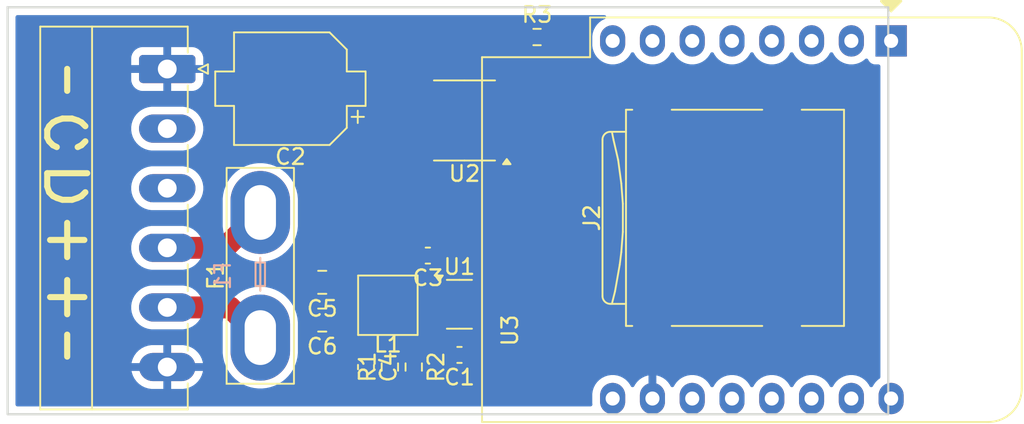
<source format=kicad_pcb>
(kicad_pcb (version 20241229) (generator "pcbnew") (generator_version "9.0")
  (layers (0 "F.Cu" signal) (2 "B.Cu" signal) (13 "F.Paste" user) (15 "B.Paste" user) (5 "F.SilkS" user "F.Silkscreen") (7 "B.SilkS" user "B.Silkscreen") (1 "F.Mask" user) (3 "B.Mask" user) (25 "Edge.Cuts" user))
  (net 0 "")
  (net 1 "GND")
  (net 2 "+3.3V")
  (net 3 "+5V")
  (net 4 "V+")
  (net 5 "/MISO")
  (net 6 "/CS")
  (net 7 "/MOSI")
  (net 8 "/VIN")
  (net 9 "/CLK")
  (net 10 "/sw")
  (net 11 "/bst")
  (net 12 "/fn")
  (net 13 "Net-(J1-Pin_3)")
  (net 14 "Net-(J1-Pin_2)")
  (net 20 "Net-(U2-DI)")
  (footprint "Capacitor_SMD:C_0805_2012Metric" (layer "F.Cu") (at 142.875 102.92842 180)
    (property "Reference" "C6" (at 0 -1.68 0) (layer "F.SilkS"))
    (property "Value" "47u")
    (fp_line (start -0.261252 0.735) (end 0.261252 0.735) (stroke (width 0.12)) (layer "F.SilkS"))
    (fp_line (start -0.261252 -0.735) (end 0.261252 -0.735) (stroke (width 0.12)) (layer "F.SilkS"))
    (pad "1" smd roundrect (at -0.95 0 180) (size 1 1.45) (layers "F.Cu" "F.Mask" "F.Paste") (net 3 "+5V"))
    (pad "2" smd roundrect (at 0.95 0 180) (size 1 1.45) (layers "F.Cu" "F.Mask" "F.Paste") (net 1 "GND"))
  )
  (footprint "Capacitor_SMD:C_0805_2012Metric" (layer "F.Cu") (at 142.875 100.51542 180)
    (property "Reference" "C5" (at 0 -1.68 0) (layer "F.SilkS"))
    (property "Value" "47u")
    (fp_line (start -0.261252 0.735) (end 0.261252 0.735) (stroke (width 0.12)) (layer "F.SilkS"))
    (fp_line (start -0.261252 -0.735) (end 0.261252 -0.735) (stroke (width 0.12)) (layer "F.SilkS"))
    (pad "1" smd roundrect (at -0.95 0 180) (size 1 1.45) (layers "F.Cu" "F.Mask" "F.Paste") (net 3 "+5V"))
    (pad "2" smd roundrect (at 0.95 0 180) (size 1 1.45) (layers "F.Cu" "F.Mask" "F.Paste") (net 1 "GND"))
  )
  (footprint "RF_Module:WEMOS_D1_mini_light" (layer "F.Cu") (at 179.197 85.084 -90)
    (property "Reference" "U3" (at 18.507 24.3385 90) (layer "F.SilkS"))
    (property "Value" "WEMOS_D1_mini")
    (fp_line (start 1.04 26.12) (end 24.36 26.12) (stroke (width 0.12)) (layer "F.SilkS"))
    (fp_line (start 24.36 26.12) (end 24.36 -6.21) (stroke (width 0.12)) (layer "F.SilkS"))
    (fp_line (start -1.5 19.22) (end 1.04 19.22) (stroke (width 0.12)) (layer "F.SilkS"))
    (fp_line (start -1.5 19.22) (end -1.5 -6.21) (stroke (width 0.12)) (layer "F.SilkS"))
    (fp_line (start 1.04 19.22) (end 1.04 26.12) (stroke (width 0.12)) (layer "F.SilkS"))
    (fp_line (start 22.24 -8.34) (end 0.63 -8.34) (stroke (width 0.12)) (layer "F.SilkS"))
    (fp_arc (start -1.5 -6.21) (mid -0.876137 -7.716137) (end 0.63 -8.34) (stroke (width 0.12)) (layer "F.SilkS"))
    (fp_arc (start 22.23 -8.34) (mid 23.736137 -7.716137) (end 24.36 -6.21) (stroke (width 0.12)) (layer "F.SilkS"))
    (fp_poly (pts (xy -2.54 -0.635) (xy -2.54 0.635) (xy -1.905 0)) (stroke (width 0.15)) (fill yes) (layer "F.SilkS"))
    (pad "1" thru_hole rect (at 0 0 270) (size 2 2) (drill 0.9) (layers "*.Cu" "*.Mask"))
    (pad "2" thru_hole oval (at 0 2.54 270) (size 2 1.6) (drill 0.9) (layers "*.Cu" "*.Mask"))
    (pad "3" thru_hole oval (at 0 5.08 270) (size 2 1.6) (drill 0.9) (layers "*.Cu" "*.Mask") (net 20 "Net-(U2-DI)"))
    (pad "4" thru_hole oval (at 0 7.62 270) (size 2 1.6) (drill 0.9) (layers "*.Cu" "*.Mask") (net 9 "/CLK"))
    (pad "5" thru_hole oval (at 0 10.16 270) (size 2 1.6) (drill 0.9) (layers "*.Cu" "*.Mask") (net 5 "/MISO"))
    (pad "6" thru_hole oval (at 0 12.7 270) (size 2 1.6) (drill 0.9) (layers "*.Cu" "*.Mask") (net 7 "/MOSI"))
    (pad "7" thru_hole oval (at 0 15.24 270) (size 2 1.6) (drill 0.9) (layers "*.Cu" "*.Mask") (net 6 "/CS"))
    (pad "8" thru_hole oval (at 0 17.78 270) (size 2 1.6) (drill 0.9) (layers "*.Cu" "*.Mask") (net 2 "+3.3V"))
    (pad "9" thru_hole oval (at 22.86 17.78 270) (size 2 1.6) (drill 0.9) (layers "*.Cu" "*.Mask") (net 3 "+5V"))
    (pad "10" thru_hole oval (at 22.86 15.24 270) (size 2 1.6) (drill 0.9) (layers "*.Cu" "*.Mask") (net 1 "GND"))
    (pad "11" thru_hole oval (at 22.86 12.7 270) (size 2 1.6) (drill 0.9) (layers "*.Cu" "*.Mask"))
    (pad "12" thru_hole oval (at 22.86 10.16 270) (size 2 1.6) (drill 0.9) (layers "*.Cu" "*.Mask"))
    (pad "13" thru_hole oval (at 22.86 7.62 270) (size 2 1.6) (drill 0.9) (layers "*.Cu" "*.Mask"))
    (pad "14" thru_hole oval (at 22.86 5.08 270) (size 2 1.6) (drill 0.9) (layers "*.Cu" "*.Mask"))
    (pad "15" thru_hole oval (at 22.86 2.54 270) (size 2 1.6) (drill 0.9) (layers "*.Cu" "*.Mask"))
    (pad "16" thru_hole oval (at 22.86 0 270) (size 2 1.6) (drill 0.9) (layers "*.Cu" "*.Mask"))
    (zone (net 0) (net_name "") (layers "F.Cu" "B.Cu" "Dwgs.User") (name "No Copper") (connect_pads (clearance 0)) (min_thickness 0.25)
      (keepout (tracks not_allowed) (vias not_allowed) (pads not_allowed) (copperpour not_allowed) (footprints not_allowed))
      (fill (thermal_gap 0.5) (thermal_bridge_width 0.5))
      (polygon (pts (xy 187.397 83.734) (xy 187.397 109.334) (xy 180.597 109.334) (xy 180.597 83.734)))
    )
  )
  (footprint "Capacitor_SMD:C_0603_1608Metric" (layer "F.Cu") (at 151.638 105.156 180)
    (property "Reference" "C1" (at 0 -1.43 0) (layer "F.SilkS"))
    (property "Value" "100n")
    (fp_line (start -0.14058 0.51) (end 0.14058 0.51) (stroke (width 0.12)) (layer "F.SilkS"))
    (fp_line (start -0.14058 -0.51) (end 0.14058 -0.51) (stroke (width 0.12)) (layer "F.SilkS"))
    (pad "1" smd roundrect (at -0.775 0 180) (size 0.9 0.95) (layers "F.Cu" "F.Mask" "F.Paste") (net 11 "/bst"))
    (pad "2" smd roundrect (at 0.775 0 180) (size 0.9 0.95) (layers "F.Cu" "F.Mask" "F.Paste") (net 10 "/sw"))
  )
  (footprint "Resistor_SMD:R_0603_1608Metric" (layer "F.Cu") (at 147.193 105.931 90)
    (property "Reference" "R1" (at 0 -1.43 90) (layer "F.SilkS"))
    (property "Value" "100k")
    (fp_line (start -0.237258 -0.5225) (end 0.237258 -0.5225) (stroke (width 0.12)) (layer "F.SilkS"))
    (fp_line (start -0.237258 0.5225) (end 0.237258 0.5225) (stroke (width 0.12)) (layer "F.SilkS"))
    (pad "1" smd roundrect (at -0.825 0 90) (size 0.8 0.95) (layers "F.Cu" "F.Mask" "F.Paste") (net 3 "+5V"))
    (pad "2" smd roundrect (at 0.825 0 90) (size 0.8 0.95) (layers "F.Cu" "F.Mask" "F.Paste") (net 12 "/fn"))
  )
  (footprint "Resistor_SMD:R_0603_1608Metric" (layer "F.Cu") (at 148.717 105.931 -90)
    (property "Reference" "R2" (at 0 -1.43 90) (layer "F.SilkS"))
    (property "Value" "13k3")
    (fp_line (start -0.237258 0.5225) (end 0.237258 0.5225) (stroke (width 0.12)) (layer "F.SilkS"))
    (fp_line (start -0.237258 -0.5225) (end 0.237258 -0.5225) (stroke (width 0.12)) (layer "F.SilkS"))
    (pad "1" smd roundrect (at -0.825 0 270) (size 0.8 0.95) (layers "F.Cu" "F.Mask" "F.Paste") (net 12 "/fn"))
    (pad "2" smd roundrect (at 0.825 0 270) (size 0.8 0.95) (layers "F.Cu" "F.Mask" "F.Paste") (net 1 "GND"))
  )
  (footprint "PCM_Capacitor_SMD_AKL:CP_Elec_6.3x7.7" (layer "F.Cu") (at 140.843 88.138 180)
    (property "Reference" "C2" (at 0 -4.35 0) (layer "F.SilkS"))
    (property "Value" "100uF/50V" (hide yes))
    (fp_line (start 4.8 1.1) (end 4.8 -1.1) (stroke (width 0.12)) (layer "F.SilkS"))
    (fp_line (start 4.8 -1.1) (end 3.6 -1.1) (stroke (width 0.12)) (layer "F.SilkS"))
    (fp_line (start 3.6 3.6) (end 3.6 1.1) (stroke (width 0.12)) (layer "F.SilkS"))
    (fp_line (start 3.6 1.1) (end 4.8 1.1) (stroke (width 0.12)) (layer "F.SilkS"))
    (fp_line (start 3.6 -1.1) (end 3.6 -3.6) (stroke (width 0.12)) (layer "F.SilkS"))
    (fp_line (start 3.6 -3.6) (end -2.5 -3.6) (stroke (width 0.12)) (layer "F.SilkS"))
    (fp_line (start -2.5 3.6) (end 3.6 3.6) (stroke (width 0.12)) (layer "F.SilkS"))
    (fp_line (start -2.5 -3.6) (end -3.6 -2.5) (stroke (width 0.12)) (layer "F.SilkS"))
    (fp_line (start -3.6 2.5) (end -2.5 3.6) (stroke (width 0.12)) (layer "F.SilkS"))
    (fp_line (start -3.6 1.1) (end -3.6 2.5) (stroke (width 0.12)) (layer "F.SilkS"))
    (fp_line (start -3.6 -1.1) (end -4.8 -1.1) (stroke (width 0.12)) (layer "F.SilkS"))
    (fp_line (start -3.6 -2.5) (end -3.6 -1.1) (stroke (width 0.12)) (layer "F.SilkS"))
    (fp_line (start -4.3 -2.19375) (end -4.3 -1.40625) (stroke (width 0.12)) (layer "F.SilkS"))
    (fp_line (start -4.69375 -1.8) (end -3.90625 -1.8) (stroke (width 0.12)) (layer "F.SilkS"))
    (fp_line (start -4.8 1.1) (end -3.6 1.1) (stroke (width 0.12)) (layer "F.SilkS"))
    (fp_line (start -4.8 -1.1) (end -4.8 1.1) (stroke (width 0.12)) (layer "F.SilkS"))
    (pad "1" smd roundrect (at -2.7 0 180) (size 3.5 1.6) (layers "F.Cu" "F.Mask" "F.Paste") (roundrect_rratio 0.15625) (net 4 "V+"))
    (pad "2" smd roundrect (at 2.7 0 180) (size 3.5 1.6) (layers "F.Cu" "F.Mask" "F.Paste") (roundrect_rratio 0.15625) (net 1 "GND"))
  )
  (footprint "PCM_Inductor_SMD_AKL:L_Taiyo-Yuden_MD-3030" (layer "F.Cu") (at 147.066 101.981 180)
    (property "Reference" "L1" (at 0 -2.5 0) (layer "F.SilkS"))
    (property "Value" "15uH" (hide yes))
    (fp_line (start 1.9 1.9) (end 1.9 -1.9) (stroke (width 0.12)) (layer "F.SilkS"))
    (fp_line (start 1.9 -1.9) (end -1.9 -1.9) (stroke (width 0.12)) (layer "F.SilkS"))
    (fp_line (start -1.9 1.9) (end 1.9 1.9) (stroke (width 0.12)) (layer "F.SilkS"))
    (fp_line (start -1.9 -1.9) (end -1.9 1.9) (stroke (width 0.12)) (layer "F.SilkS"))
    (pad "1" smd roundrect (at -1.1 0 180) (size 0.8 2.7) (layers "F.Cu" "F.Mask" "F.Paste") (net 10 "/sw"))
    (pad "2" smd roundrect (at 1.1 0 180) (size 0.8 2.7) (layers "F.Cu" "F.Mask" "F.Paste") (net 3 "+5V"))
  )
  (footprint "Capacitor_SMD:C_0603_1608Metric" (layer "F.Cu") (at 145.669 105.931 -90)
    (property "Reference" "C4" (at 0 -1.43 90) (layer "F.SilkS"))
    (property "Value" "56p")
    (fp_line (start -0.14058 0.51) (end 0.14058 0.51) (stroke (width 0.12)) (layer "F.SilkS"))
    (fp_line (start -0.14058 -0.51) (end 0.14058 -0.51) (stroke (width 0.12)) (layer "F.SilkS"))
    (pad "1" smd roundrect (at -0.775 0 270) (size 0.9 0.95) (layers "F.Cu" "F.Mask" "F.Paste") (net 12 "/fn"))
    (pad "2" smd roundrect (at 0.775 0 270) (size 0.9 0.95) (layers "F.Cu" "F.Mask" "F.Paste") (net 3 "+5V"))
  )
  (footprint "Connector_Phoenix_MC:PhoenixContact_MC_1,5_6-G-3.81_1x06_P3.81mm_Horizontal" (layer "F.Cu") (at 132.9792 86.8807 -90)
    (property "Reference" "J1" (hide yes))
    (property "Value" "Conn_01x06")
    (fp_line (start -2.71 8.11) (end 21.76 8.11) (stroke (width 0.12)) (layer "F.SilkS"))
    (fp_line (start 21.76 8.11) (end 21.76 -1.31) (stroke (width 0.12)) (layer "F.SilkS"))
    (fp_line (start -2.71 4.8) (end 21.76 4.8) (stroke (width 0.12)) (layer "F.SilkS"))
    (fp_line (start -2.71 -1.31) (end -2.71 8.11) (stroke (width 0.12)) (layer "F.SilkS"))
    (fp_line (start -2.71 -1.31) (end -1.05 -1.31) (stroke (width 0.12)) (layer "F.SilkS"))
    (fp_line (start 1.05 -1.31) (end 2.76 -1.31) (stroke (width 0.12)) (layer "F.SilkS"))
    (fp_line (start 4.86 -1.31) (end 6.57 -1.31) (stroke (width 0.12)) (layer "F.SilkS"))
    (fp_line (start 8.67 -1.31) (end 10.38 -1.31) (stroke (width 0.12)) (layer "F.SilkS"))
    (fp_line (start 12.48 -1.31) (end 14.19 -1.31) (stroke (width 0.12)) (layer "F.SilkS"))
    (fp_line (start 16.29 -1.31) (end 18 -1.31) (stroke (width 0.12)) (layer "F.SilkS"))
    (fp_line (start 21.76 -1.31) (end 20.1 -1.31) (stroke (width 0.12)) (layer "F.SilkS"))
    (fp_line (start 0 -2) (end -0.3 -2.6) (stroke (width 0.12)) (layer "F.SilkS"))
    (fp_line (start -0.3 -2.6) (end 0.3 -2.6) (stroke (width 0.12)) (layer "F.SilkS"))
    (fp_line (start 0.3 -2.6) (end 0 -2) (stroke (width 0.12)) (layer "F.SilkS"))
    (pad "1" thru_hole roundrect (at 0 0 270) (size 1.8 3.6) (drill 1.2) (layers "*.Cu" "*.Mask") (roundrect_rratio 0.138889) (net 1 "GND"))
    (pad "2" thru_hole oval (at 3.81 0 270) (size 1.8 3.6) (drill 1.2) (layers "*.Cu" "*.Mask") (net 14 "Net-(J1-Pin_2)"))
    (pad "3" thru_hole oval (at 7.62 0 270) (size 1.8 3.6) (drill 1.2) (layers "*.Cu" "*.Mask") (net 13 "Net-(J1-Pin_3)"))
    (pad "4" thru_hole oval (at 11.43 0 270) (size 1.8 3.6) (drill 1.2) (layers "*.Cu" "*.Mask") (net 4 "V+"))
    (pad "5" thru_hole oval (at 15.24 0 270) (size 1.8 3.6) (drill 1.2) (layers "*.Cu" "*.Mask") (net 8 "/VIN"))
    (pad "6" thru_hole oval (at 19.05 0 270) (size 1.8 3.6) (drill 1.2) (layers "*.Cu" "*.Mask") (net 1 "GND"))
  )
  (footprint "Package_TO_SOT_SMD:SOT-23-6" (layer "F.Cu") (at 151.6325 101.92)
    (property "Reference" "U1" (at 0 -2.4 0) (layer "F.SilkS"))
    (property "Value" "TPS54302")
    (fp_line (start 0 -1.56) (end -0.8 -1.56) (stroke (width 0.12)) (layer "F.SilkS"))
    (fp_line (start 0 -1.56) (end 0.8 -1.56) (stroke (width 0.12)) (layer "F.SilkS"))
    (fp_line (start 0 1.56) (end -0.8 1.56) (stroke (width 0.12)) (layer "F.SilkS"))
    (fp_line (start 0 1.56) (end 0.8 1.56) (stroke (width 0.12)) (layer "F.SilkS"))
    (fp_poly (pts (xy -1.3 -1.51) (xy -1.54 -1.84) (xy -1.06 -1.84) (xy -1.3 -1.51)) (stroke (width 0.12)) (fill yes) (layer "F.SilkS"))
    (pad "1" smd roundrect (at -1.1375 -0.95) (size 1.325 0.6) (layers "F.Cu" "F.Mask" "F.Paste") (net 1 "GND"))
    (pad "2" smd roundrect (at -1.1375 0) (size 1.325 0.6) (layers "F.Cu" "F.Mask" "F.Paste") (net 10 "/sw"))
    (pad "3" smd roundrect (at -1.1375 0.95) (size 1.325 0.6) (layers "F.Cu" "F.Mask" "F.Paste") (net 4 "V+"))
    (pad "4" smd roundrect (at 1.1375 0.95) (size 1.325 0.6) (layers "F.Cu" "F.Mask" "F.Paste") (net 12 "/fn"))
    (pad "5" smd roundrect (at 1.1375 0) (size 1.325 0.6) (layers "F.Cu" "F.Mask" "F.Paste"))
    (pad "6" smd roundrect (at 1.1375 -0.95) (size 1.325 0.6) (layers "F.Cu" "F.Mask" "F.Paste") (net 11 "/bst"))
  )
  (footprint "Connector_Card:microSD_HC_Wuerth_693072010801" (layer "F.Cu") (at 168.0785 96.393 90)
    (property "Reference" "J2" (at 0 -7.99 90) (layer "F.SilkS"))
    (property "Value" "Micro_SD_Card")
    (fp_line (start -5 -7.31) (end 5 -7.31) (stroke (width 0.12)) (layer "F.SilkS"))
    (fp_line (start -5.5 -6.71) (end -4.7 -6.51) (stroke (width 0.12)) (layer "F.SilkS"))
    (fp_line (start 5 -6.61) (end 5.5 -6.71) (stroke (width 0.12)) (layer "F.SilkS"))
    (fp_line (start -4.7 -6.51) (end -3 -6.21) (stroke (width 0.12)) (layer "F.SilkS"))
    (fp_line (start 3.7 -6.31) (end 5 -6.61) (stroke (width 0.12)) (layer "F.SilkS"))
    (fp_line (start -3 -6.21) (end -2.2 -6.11) (stroke (width 0.12)) (layer "F.SilkS"))
    (fp_line (start 2.2 -6.11) (end 3.7 -6.31) (stroke (width 0.12)) (layer "F.SilkS"))
    (fp_line (start -2.2 -6.11) (end -0.9 -6.01) (stroke (width 0.12)) (layer "F.SilkS"))
    (fp_line (start 0.9 -6.01) (end 2.2 -6.11) (stroke (width 0.12)) (layer "F.SilkS"))
    (fp_line (start -0.9 -6.01) (end 0.9 -6.01) (stroke (width 0.12)) (layer "F.SilkS"))
    (fp_line (start 6.91 -5.81) (end 6.91 -5.41) (stroke (width 0.12)) (layer "F.SilkS"))
    (fp_line (start 5.5 -5.81) (end 5.5 -6.81) (stroke (width 0.12)) (layer "F.SilkS"))
    (fp_line (start -5.5 -5.81) (end -5.5 -6.81) (stroke (width 0.12)) (layer "F.SilkS"))
    (fp_line (start -6.91 -5.81) (end 6.91 -5.81) (stroke (width 0.12)) (layer "F.SilkS"))
    (fp_line (start -6.91 -5.81) (end -6.91 -5.41) (stroke (width 0.12)) (layer "F.SilkS"))
    (fp_line (start 6.91 -2.89) (end 6.91 2.89) (stroke (width 0.12)) (layer "F.SilkS"))
    (fp_line (start -6.91 -2.89) (end -6.91 2.89) (stroke (width 0.12)) (layer "F.SilkS"))
    (fp_line (start 6.91 5.41) (end 6.91 8.11) (stroke (width 0.12)) (layer "F.SilkS"))
    (fp_line (start -6.91 5.41) (end -6.91 8.11) (stroke (width 0.12)) (layer "F.SilkS"))
    (fp_line (start 6.91 8.11) (end -6.91 8.11) (stroke (width 0.12)) (layer "F.SilkS"))
    (fp_arc (start 5 -7.31) (mid 5.353553 -7.163553) (end 5.5 -6.81) (stroke (width 0.12)) (layer "F.SilkS"))
    (fp_arc (start -5.5 -6.81) (mid -5.353553 -7.163553) (end -5 -7.31) (stroke (width 0.12)) (layer "F.SilkS"))
    (pad "1" smd rect (at -3.2 -1.55 90) (size 0.8 1.5) (layers "F.Cu" "F.Mask" "F.Paste"))
    (pad "2" smd rect (at -2.1 -1.55 90) (size 0.8 1.5) (layers "F.Cu" "F.Mask" "F.Paste") (net 6 "/CS"))
    (pad "3" smd rect (at -1 -1.55 90) (size 0.8 1.5) (layers "F.Cu" "F.Mask" "F.Paste") (net 7 "/MOSI"))
    (pad "4" smd rect (at 0.1 -1.55 90) (size 0.8 1.5) (layers "F.Cu" "F.Mask" "F.Paste") (net 2 "+3.3V"))
    (pad "5" smd rect (at 1.2 -1.55 90) (size 0.8 1.5) (layers "F.Cu" "F.Mask" "F.Paste") (net 9 "/CLK"))
    (pad "6" smd rect (at 2.3 -1.55 90) (size 0.8 1.5) (layers "F.Cu" "F.Mask" "F.Paste") (net 1 "GND"))
    (pad "7" smd rect (at 3.4 -1.55 90) (size 0.8 1.5) (layers "F.Cu" "F.Mask" "F.Paste") (net 5 "/MISO"))
    (pad "8" smd rect (at 4.5 -1.55 90) (size 0.8 1.5) (layers "F.Cu" "F.Mask" "F.Paste"))
    (pad "9" smd rect (at -6.875 -4.15 90) (size 1.45 2) (layers "F.Cu" "F.Mask" "F.Paste"))
    (pad "9" smd rect (at -6.875 4.15 90) (size 1.45 2) (layers "F.Cu" "F.Mask" "F.Paste"))
    (pad "9" smd rect (at 6.875 -4.15 90) (size 1.45 2) (layers "F.Cu" "F.Mask" "F.Paste"))
    (pad "9" smd rect (at 6.875 4.15 90) (size 1.45 2) (layers "F.Cu" "F.Mask" "F.Paste"))
  )
  (footprint "PCM_Fuse_AKL_Double:Fuse_Blade_Mini_directSolder" (layer "F.Cu") (at 138.92 104.05 90)
    (property "Reference" "F1" (at 3.95 -2.85 90) (layer "F.SilkS"))
    (property "Value" "Fuse" (hide yes))
    (fp_line (start 5.1 0) (end 3 0) (stroke (width 0.12)) (layer "F.SilkS"))
    (fp_rect (start -2.95 -2.15) (end 10.85 2.15) (stroke (width 0.12)) (fill no) (layer "F.SilkS"))
    (fp_rect (start 3.3 -0.3) (end 4.8 0.3) (stroke (width 0.12)) (fill no) (layer "F.SilkS"))
    (fp_line (start 5.1 0) (end 3 0) (stroke (width 0.12)) (layer "B.SilkS"))
    (fp_rect (start 3.3 -0.3) (end 4.8 0.3) (stroke (width 0.12)) (fill no) (layer "B.SilkS"))
    (fp_text user "${REFERENCE}" (at 3.95 -2.4 90) (layer "B.SilkS") (effects (justify mirror)))
    (pad "1" thru_hole oval (at 0 0 90) (size 5.5 3.8) (drill oval 3.5 2) (layers "*.Cu" "*.Mask") (net 8 "/VIN"))
    (pad "2" thru_hole oval (at 8 0 90) (size 5.3 3.8) (drill oval 3.5 2) (layers "*.Cu" "*.Mask") (net 4 "V+"))
  )
  (footprint "Resistor_SMD:R_0603_1608Metric" (layer "F.Cu") (at 156.591 84.836)
    (property "Reference" "R3" (at 0 -1.43 0) (layer "F.SilkS"))
    (property "Value" "10K")
    (fp_line (start -0.237258 -0.5225) (end 0.237258 -0.5225) (stroke (width 0.12)) (layer "F.SilkS"))
    (fp_line (start -0.237258 0.5225) (end 0.237258 0.5225) (stroke (width 0.12)) (layer "F.SilkS"))
    (pad "1" smd roundrect (at -0.825 0) (size 0.8 0.95) (layers "F.Cu" "F.Mask" "F.Paste") (net 5 "/MISO"))
    (pad "2" smd roundrect (at 0.825 0) (size 0.8 0.95) (layers "F.Cu" "F.Mask" "F.Paste") (net 2 "+3.3V"))
  )
  (footprint "Capacitor_SMD:C_0603_1608Metric" (layer "F.Cu") (at 149.619 98.806 180)
    (property "Reference" "C3" (at 0 -1.43 0) (layer "F.SilkS"))
    (property "Value" "100n VM")
    (fp_line (start -0.14058 0.51) (end 0.14058 0.51) (stroke (width 0.12)) (layer "F.SilkS"))
    (fp_line (start -0.14058 -0.51) (end 0.14058 -0.51) (stroke (width 0.12)) (layer "F.SilkS"))
    (pad "1" smd roundrect (at -0.775 0 180) (size 0.9 0.95) (layers "F.Cu" "F.Mask" "F.Paste") (net 4 "V+"))
    (pad "2" smd roundrect (at 0.775 0 180) (size 0.9 0.95) (layers "F.Cu" "F.Mask" "F.Paste") (net 1 "GND"))
  )
  (footprint "Package_SO:SOIC-8_3.9x4.9mm_P1.27mm" (layer "F.Cu") (at 151.957 90.17 180)
    (property "Reference" "U2" (at 0 -3.4 0) (layer "F.SilkS"))
    (property "Value" "MAX485E")
    (fp_line (start 0 2.56) (end 1.95 2.56) (stroke (width 0.12)) (layer "F.SilkS"))
    (fp_line (start 0 2.56) (end -1.95 2.56) (stroke (width 0.12)) (layer "F.SilkS"))
    (fp_line (start 0 -2.56) (end 1.95 -2.56) (stroke (width 0.12)) (layer "F.SilkS"))
    (fp_line (start 0 -2.56) (end -1.95 -2.56) (stroke (width 0.12)) (layer "F.SilkS"))
    (fp_poly (pts (xy -2.7 -2.465) (xy -2.94 -2.795) (xy -2.46 -2.795) (xy -2.7 -2.465)) (stroke (width 0.12)) (fill yes) (layer "F.SilkS"))
    (pad "1" smd roundrect (at -2.475 -1.905 180) (size 1.95 0.6) (layers "F.Cu" "F.Mask" "F.Paste"))
    (pad "2" smd roundrect (at -2.475 -0.635 180) (size 1.95 0.6) (layers "F.Cu" "F.Mask" "F.Paste"))
    (pad "3" smd roundrect (at -2.475 0.635 180) (size 1.95 0.6) (layers "F.Cu" "F.Mask" "F.Paste"))
    (pad "4" smd roundrect (at -2.475 1.905 180) (size 1.95 0.6) (layers "F.Cu" "F.Mask" "F.Paste") (net 20 "Net-(U2-DI)"))
    (pad "5" smd roundrect (at 2.475 1.905 180) (size 1.95 0.6) (layers "F.Cu" "F.Mask" "F.Paste") (net 1 "GND"))
    (pad "6" smd roundrect (at 2.475 0.635 180) (size 1.95 0.6) (layers "F.Cu" "F.Mask" "F.Paste") (net 14 "Net-(J1-Pin_2)"))
    (pad "7" smd roundrect (at 2.475 -0.635 180) (size 1.95 0.6) (layers "F.Cu" "F.Mask" "F.Paste") (net 13 "Net-(J1-Pin_3)"))
    (pad "8" smd roundrect (at 2.475 -1.905 180) (size 1.95 0.6) (layers "F.Cu" "F.Mask" "F.Paste") (net 3 "+5V"))
  )
  (gr_line (start 125.68174 95.00108) (end 125.92558 95.12046) (stroke (width 0.39116)) (layer "F.SilkS"))
  (gr_line (start 127.6858 101.4603) (end 125.49886 101.4603) (stroke (width 0.39116)) (layer "F.SilkS"))
  (gr_line (start 127.7493 90.53322) (end 127.50292 90.29192) (stroke (width 0.39116)) (layer "F.SilkS"))
  (gr_line (start 126.2888 95.24238) (end 126.8984 95.24238) (stroke (width 0.39116)) (layer "F.SilkS"))
  (gr_line (start 127.50292 90.29192) (end 127.26162 90.16746) (stroke (width 0.39116)) (layer "F.SilkS"))
  (gr_line (start 127.26162 90.16746) (end 126.8984 90.04808) (stroke (width 0.39116)) (layer "F.SilkS"))
  (gr_line (start 126.8984 95.24238) (end 127.26162 95.12046) (stroke (width 0.39116)) (layer "F.SilkS"))
  (gr_line (start 127.26162 95.12046) (end 127.50292 95.00108) (stroke (width 0.39116)) (layer "F.SilkS"))
  (gr_line (start 125.92558 90.16746) (end 125.68174 90.29192) (stroke (width 0.39116)) (layer "F.SilkS"))
  (gr_line (start 125.31598 93.54058) (end 125.31598 94.39148) (stroke (width 0.39116)) (layer "F.SilkS"))
  (gr_line (start 125.44044 91.5035) (end 125.68174 91.74988) (stroke (width 0.39116)) (layer "F.SilkS"))
  (gr_line (start 125.31598 91.2622) (end 125.44044 91.5035) (stroke (width 0.39116)) (layer "F.SilkS"))
  (gr_line (start 126.8984 90.04808) (end 126.2888 90.04808) (stroke (width 0.39116)) (layer "F.SilkS"))
  (gr_line (start 127.86868 93.54058) (end 125.31598 93.54058) (stroke (width 0.39116)) (layer "F.SilkS"))
  (gr_line (start 125.31598 94.39148) (end 125.44044 94.75724) (stroke (width 0.39116)) (layer "F.SilkS"))
  (gr_line (start 127.6858 97.80778) (end 125.49886 97.80778) (stroke (width 0.39116)) (layer "F.SilkS"))
  (gr_line (start 125.44044 94.75724) (end 125.68174 95.00108) (stroke (width 0.39116)) (layer "F.SilkS"))
  (gr_line (start 125.31598 90.77706) (end 125.31598 91.2622) (stroke (width 0.39116)) (layer "F.SilkS"))
  (gr_line (start 125.92558 95.12046) (end 126.2888 95.24238) (stroke (width 0.39116)) (layer "F.SilkS"))
  (gr_line (start 127.50292 95.00108) (end 127.7493 94.75724) (stroke (width 0.39116)) (layer "F.SilkS"))
  (gr_line (start 125.68174 91.74988) (end 125.92558 91.86926) (stroke (width 0.39116)) (layer "F.SilkS"))
  (gr_line (start 127.26162 91.86926) (end 127.50292 91.74988) (stroke (width 0.39116)) (layer "F.SilkS"))
  (gr_line (start 126.59106 100.3681) (end 126.59106 102.55504) (stroke (width 0.39116)) (layer "F.SilkS"))
  (gr_line (start 125.68174 90.29192) (end 125.44044 90.53322) (stroke (width 0.39116)) (layer "F.SilkS"))
  (gr_line (start 126.59106 103.8606) (end 126.59106 105.26522) (stroke (width 0.39116)) (layer "F.SilkS"))
  (gr_line (start 125.44044 90.53322) (end 125.31598 90.77706) (stroke (width 0.39116)) (layer "F.SilkS"))
  (gr_line (start 126.59106 86.87308) (end 126.59106 88.27516) (stroke (width 0.39116)) (layer "F.SilkS"))
  (gr_line (start 126.59106 96.71558) (end 126.59106 98.90252) (stroke (width 0.39116)) (layer "F.SilkS"))
  (gr_line (start 127.50292 91.74988) (end 127.7493 91.5035) (stroke (width 0.39116)) (layer "F.SilkS"))
  (gr_line (start 126.2888 90.04808) (end 125.92558 90.16746) (stroke (width 0.39116)) (layer "F.SilkS"))
  (gr_rect (start 122.7895 82.934) (end 179.0125 108.95) (stroke (width 0.1397)) (fill no) (layer "Edge.Cuts"))
  (segment (start 136.6593 98.3107) (end 138.92 96.05) (width 1.4) (layer "F.Cu") (net 4))
  (segment (start 132.9792 98.3107) (end 136.6593 98.3107) (width 1.4) (layer "F.Cu") (net 4))
  (segment (start 136.9907 102.1207) (end 138.92 104.05) (width 1.4) (layer "F.Cu") (net 8))
  (segment (start 132.9792 102.1207) (end 136.9907 102.1207) (width 1.4) (layer "F.Cu") (net 8))
  (zone (net 1) (net_name "GND") (layer "B.Cu") (connect_pads (clearance 0.5)) (min_thickness 0.25) (fill yes (thermal_gap 0.5) (thermal_bridge_width 0.5))
    (polygon (pts (xy 122.301 82.613) (xy 179.142 83.022914) (xy 179.142 108.8038) (xy 122.428 109.156)))
  )
)
</source>
